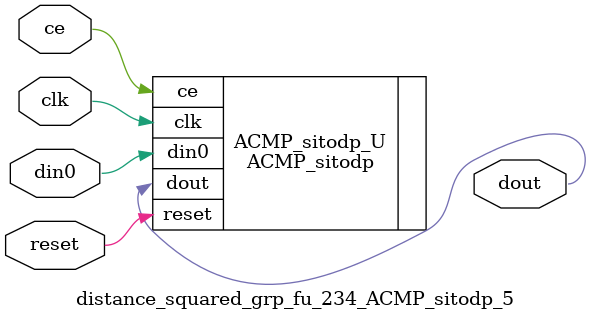
<source format=v>

`timescale 1 ns / 1 ps
module distance_squared_grp_fu_234_ACMP_sitodp_5(
    clk,
    reset,
    ce,
    din0,
    dout);

parameter ID = 32'd1;
parameter NUM_STAGE = 32'd1;
parameter din0_WIDTH = 32'd1;
parameter dout_WIDTH = 32'd1;
input clk;
input reset;
input ce;
input[din0_WIDTH - 1:0] din0;
output[dout_WIDTH - 1:0] dout;



ACMP_sitodp #(
.ID( ID ),
.NUM_STAGE( 5 ),
.din0_WIDTH( din0_WIDTH ),
.dout_WIDTH( dout_WIDTH ))
ACMP_sitodp_U(
    .clk( clk ),
    .reset( reset ),
    .ce( ce ),
    .din0( din0 ),
    .dout( dout ));

endmodule

</source>
